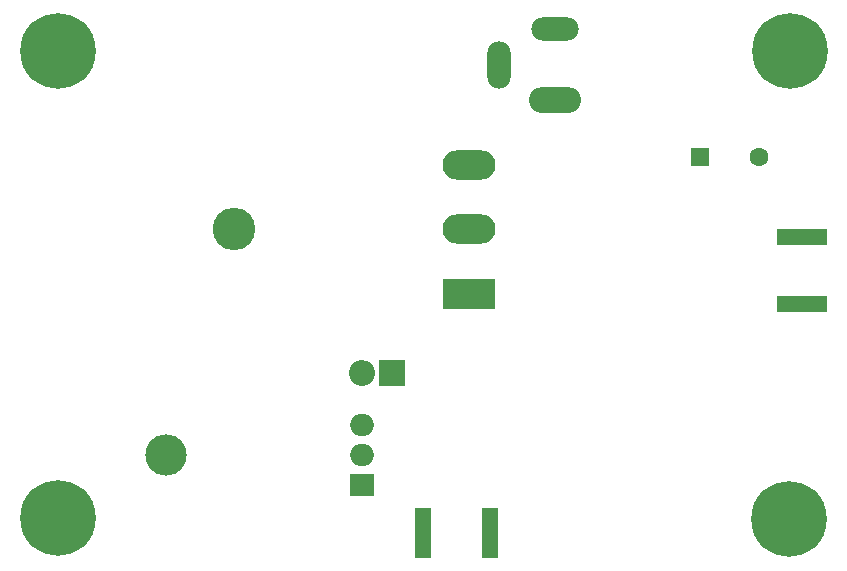
<source format=gbr>
%TF.GenerationSoftware,KiCad,Pcbnew,8.99.0-unknown-8ec1016ccf~178~ubuntu22.04.1*%
%TF.CreationDate,2024-05-09T20:44:09+05:30*%
%TF.ProjectId,HF-PA-v10,48462d50-412d-4763-9130-2e6b69636164,rev?*%
%TF.SameCoordinates,Original*%
%TF.FileFunction,Soldermask,Bot*%
%TF.FilePolarity,Negative*%
%FSLAX46Y46*%
G04 Gerber Fmt 4.6, Leading zero omitted, Abs format (unit mm)*
G04 Created by KiCad (PCBNEW 8.99.0-unknown-8ec1016ccf~178~ubuntu22.04.1) date 2024-05-09 20:44:09*
%MOMM*%
%LPD*%
G01*
G04 APERTURE LIST*
%ADD10C,0.800000*%
%ADD11C,6.400000*%
%ADD12R,4.200000X1.350000*%
%ADD13O,4.400000X2.200000*%
%ADD14O,4.000000X2.000000*%
%ADD15O,2.000000X4.000000*%
%ADD16O,3.500000X3.500000*%
%ADD17R,2.000000X1.905000*%
%ADD18O,2.000000X1.905000*%
%ADD19R,1.350000X4.200000*%
%ADD20O,3.600000X3.600000*%
%ADD21R,4.500000X2.500000*%
%ADD22O,4.500000X2.500000*%
%ADD23R,2.200000X2.200000*%
%ADD24O,2.200000X2.200000*%
%ADD25R,1.600000X1.600000*%
%ADD26C,1.600000*%
G04 APERTURE END LIST*
D10*
%TO.C,H3*%
X139400000Y-105720000D03*
X140102944Y-104022944D03*
X140102944Y-107417056D03*
X141800000Y-103320000D03*
D11*
X141800000Y-105720000D03*
D10*
X141800000Y-108120000D03*
X143497056Y-104022944D03*
X143497056Y-107417056D03*
X144200000Y-105720000D03*
%TD*%
D12*
%TO.C,RF_OUT1*%
X204807500Y-87545000D03*
X204807500Y-81895000D03*
%TD*%
D13*
%TO.C,Power1*%
X183850000Y-70312500D03*
D14*
X183850000Y-64312500D03*
D15*
X179150000Y-67312500D03*
%TD*%
D10*
%TO.C,H4*%
X201300000Y-105790000D03*
X202002944Y-104092944D03*
X202002944Y-107487056D03*
X203700000Y-103390000D03*
D11*
X203700000Y-105790000D03*
D10*
X203700000Y-108190000D03*
X205397056Y-104092944D03*
X205397056Y-107487056D03*
X206100000Y-105790000D03*
%TD*%
D16*
%TO.C,U3*%
X150920000Y-100390000D03*
D17*
X167580000Y-102930000D03*
D18*
X167580000Y-100390000D03*
X167580000Y-97850000D03*
%TD*%
D19*
%TO.C,RF_IN1*%
X172745000Y-106940000D03*
X178395000Y-106940000D03*
%TD*%
D20*
%TO.C,Q1*%
X156740000Y-81270000D03*
D21*
X176600000Y-86720000D03*
D22*
X176600000Y-81270000D03*
X176600000Y-75820000D03*
%TD*%
D23*
%TO.C,D1*%
X170110000Y-93430000D03*
D24*
X167570000Y-93430000D03*
%TD*%
D25*
%TO.C,C6*%
X196187349Y-75180000D03*
D26*
X201187349Y-75180000D03*
%TD*%
D10*
%TO.C,H1*%
X139430000Y-66200000D03*
X140132944Y-64502944D03*
X140132944Y-67897056D03*
X141830000Y-63800000D03*
D11*
X141830000Y-66200000D03*
D10*
X141830000Y-68600000D03*
X143527056Y-64502944D03*
X143527056Y-67897056D03*
X144230000Y-66200000D03*
%TD*%
%TO.C,H2*%
X201352944Y-66177944D03*
X202055888Y-64480888D03*
X202055888Y-67875000D03*
X203752944Y-63777944D03*
D11*
X203752944Y-66177944D03*
D10*
X203752944Y-68577944D03*
X205450000Y-64480888D03*
X205450000Y-67875000D03*
X206152944Y-66177944D03*
%TD*%
M02*

</source>
